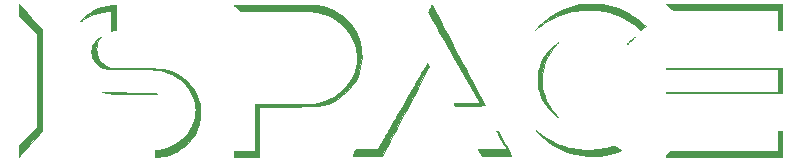
<source format=gbr>
%TF.GenerationSoftware,KiCad,Pcbnew,(5.1.6)-1*%
%TF.CreationDate,2022-05-14T23:18:14+05:30*%
%TF.ProjectId,iSPACE_keychain,69535041-4345-45f6-9b65-79636861696e,rev?*%
%TF.SameCoordinates,Original*%
%TF.FileFunction,Legend,Top*%
%TF.FilePolarity,Positive*%
%FSLAX46Y46*%
G04 Gerber Fmt 4.6, Leading zero omitted, Abs format (unit mm)*
G04 Created by KiCad (PCBNEW (5.1.6)-1) date 2022-05-14 23:18:14*
%MOMM*%
%LPD*%
G01*
G04 APERTURE LIST*
%ADD10C,0.010000*%
G04 APERTURE END LIST*
D10*
%TO.C,G\u002A\u002A\u002A*%
G36*
X148424900Y-86338833D02*
G01*
X148086233Y-86338833D01*
X148086233Y-84687833D01*
X139171256Y-84687833D01*
X138889014Y-84439124D01*
X138797927Y-84358084D01*
X138718891Y-84286285D01*
X138657029Y-84228503D01*
X138617468Y-84189516D01*
X138605169Y-84174541D01*
X138625876Y-84173077D01*
X138687057Y-84171650D01*
X138786852Y-84170265D01*
X138923401Y-84168928D01*
X139094845Y-84167646D01*
X139299324Y-84166425D01*
X139534978Y-84165270D01*
X139799947Y-84164187D01*
X140092373Y-84163183D01*
X140410394Y-84162264D01*
X140752152Y-84161435D01*
X141115788Y-84160702D01*
X141499440Y-84160072D01*
X141901249Y-84159551D01*
X142319357Y-84159145D01*
X142751903Y-84158859D01*
X143197027Y-84158699D01*
X143514233Y-84158666D01*
X148424900Y-84158666D01*
X148424900Y-86338833D01*
G37*
X148424900Y-86338833D02*
X148086233Y-86338833D01*
X148086233Y-84687833D01*
X139171256Y-84687833D01*
X138889014Y-84439124D01*
X138797927Y-84358084D01*
X138718891Y-84286285D01*
X138657029Y-84228503D01*
X138617468Y-84189516D01*
X138605169Y-84174541D01*
X138625876Y-84173077D01*
X138687057Y-84171650D01*
X138786852Y-84170265D01*
X138923401Y-84168928D01*
X139094845Y-84167646D01*
X139299324Y-84166425D01*
X139534978Y-84165270D01*
X139799947Y-84164187D01*
X140092373Y-84163183D01*
X140410394Y-84162264D01*
X140752152Y-84161435D01*
X141115788Y-84160702D01*
X141499440Y-84160072D01*
X141901249Y-84159551D01*
X142319357Y-84159145D01*
X142751903Y-84158859D01*
X143197027Y-84158699D01*
X143514233Y-84158666D01*
X148424900Y-84158666D01*
X148424900Y-86338833D01*
G36*
X132554961Y-84149120D02*
G01*
X132755845Y-84154866D01*
X132940050Y-84164026D01*
X133099167Y-84176598D01*
X133184900Y-84186566D01*
X133559242Y-84246382D01*
X133904439Y-84320357D01*
X134232268Y-84411823D01*
X134554508Y-84524112D01*
X134882938Y-84660553D01*
X134920566Y-84677459D01*
X135305915Y-84868760D01*
X135686496Y-85090436D01*
X136052946Y-85336218D01*
X136395904Y-85599838D01*
X136698566Y-85867901D01*
X136878483Y-86039869D01*
X136698566Y-86218994D01*
X136518650Y-86398118D01*
X136359900Y-86260475D01*
X135981474Y-85958116D01*
X135574493Y-85681078D01*
X135145286Y-85432715D01*
X134700181Y-85216381D01*
X134245508Y-85035430D01*
X133787596Y-84893217D01*
X133772192Y-84889141D01*
X133321678Y-84788737D01*
X132853301Y-84718597D01*
X132375245Y-84678974D01*
X131895696Y-84670120D01*
X131422837Y-84692288D01*
X130964853Y-84745731D01*
X130695047Y-84794051D01*
X130174530Y-84921543D01*
X129668395Y-85087349D01*
X129179196Y-85290274D01*
X128709490Y-85529126D01*
X128261835Y-85802712D01*
X127838785Y-86109840D01*
X127787400Y-86150821D01*
X127543983Y-86346991D01*
X127659182Y-86213626D01*
X127756262Y-86108128D01*
X127878808Y-85985575D01*
X128018159Y-85853961D01*
X128165654Y-85721281D01*
X128312633Y-85595529D01*
X128440582Y-85492338D01*
X128868569Y-85185978D01*
X129317239Y-84916334D01*
X129785169Y-84684019D01*
X130270934Y-84489648D01*
X130773111Y-84333834D01*
X131290275Y-84217192D01*
X131470400Y-84186388D01*
X131594733Y-84171631D01*
X131752852Y-84160294D01*
X131936344Y-84152375D01*
X132136800Y-84147874D01*
X132345809Y-84146789D01*
X132554961Y-84149120D01*
G37*
X132554961Y-84149120D02*
X132755845Y-84154866D01*
X132940050Y-84164026D01*
X133099167Y-84176598D01*
X133184900Y-84186566D01*
X133559242Y-84246382D01*
X133904439Y-84320357D01*
X134232268Y-84411823D01*
X134554508Y-84524112D01*
X134882938Y-84660553D01*
X134920566Y-84677459D01*
X135305915Y-84868760D01*
X135686496Y-85090436D01*
X136052946Y-85336218D01*
X136395904Y-85599838D01*
X136698566Y-85867901D01*
X136878483Y-86039869D01*
X136698566Y-86218994D01*
X136518650Y-86398118D01*
X136359900Y-86260475D01*
X135981474Y-85958116D01*
X135574493Y-85681078D01*
X135145286Y-85432715D01*
X134700181Y-85216381D01*
X134245508Y-85035430D01*
X133787596Y-84893217D01*
X133772192Y-84889141D01*
X133321678Y-84788737D01*
X132853301Y-84718597D01*
X132375245Y-84678974D01*
X131895696Y-84670120D01*
X131422837Y-84692288D01*
X130964853Y-84745731D01*
X130695047Y-84794051D01*
X130174530Y-84921543D01*
X129668395Y-85087349D01*
X129179196Y-85290274D01*
X128709490Y-85529126D01*
X128261835Y-85802712D01*
X127838785Y-86109840D01*
X127787400Y-86150821D01*
X127543983Y-86346991D01*
X127659182Y-86213626D01*
X127756262Y-86108128D01*
X127878808Y-85985575D01*
X128018159Y-85853961D01*
X128165654Y-85721281D01*
X128312633Y-85595529D01*
X128440582Y-85492338D01*
X128868569Y-85185978D01*
X129317239Y-84916334D01*
X129785169Y-84684019D01*
X130270934Y-84489648D01*
X130773111Y-84333834D01*
X131290275Y-84217192D01*
X131470400Y-84186388D01*
X131594733Y-84171631D01*
X131752852Y-84160294D01*
X131936344Y-84152375D01*
X132136800Y-84147874D01*
X132345809Y-84146789D01*
X132554961Y-84149120D01*
G36*
X92036900Y-86396487D02*
G01*
X91894025Y-86410582D01*
X91808598Y-86419846D01*
X91729965Y-86429778D01*
X91682358Y-86437028D01*
X91613566Y-86449377D01*
X91613566Y-84766287D01*
X91364858Y-84780435D01*
X90943557Y-84823444D01*
X90539986Y-84903250D01*
X90155596Y-85019347D01*
X89791841Y-85171232D01*
X89450173Y-85358402D01*
X89192842Y-85533859D01*
X89126594Y-85582042D01*
X89074366Y-85617472D01*
X89044314Y-85634723D01*
X89040333Y-85635322D01*
X89048825Y-85615743D01*
X89082951Y-85573012D01*
X89137256Y-85512713D01*
X89206286Y-85440429D01*
X89284586Y-85361743D01*
X89366702Y-85282237D01*
X89447181Y-85207495D01*
X89520567Y-85143100D01*
X89524101Y-85140128D01*
X89843390Y-84897317D01*
X90176238Y-84693848D01*
X90524360Y-84529047D01*
X90889475Y-84402242D01*
X91273298Y-84312759D01*
X91677546Y-84259925D01*
X91788954Y-84251944D01*
X92036900Y-84237120D01*
X92036900Y-86396487D01*
G37*
X92036900Y-86396487D02*
X91894025Y-86410582D01*
X91808598Y-86419846D01*
X91729965Y-86429778D01*
X91682358Y-86437028D01*
X91613566Y-86449377D01*
X91613566Y-84766287D01*
X91364858Y-84780435D01*
X90943557Y-84823444D01*
X90539986Y-84903250D01*
X90155596Y-85019347D01*
X89791841Y-85171232D01*
X89450173Y-85358402D01*
X89192842Y-85533859D01*
X89126594Y-85582042D01*
X89074366Y-85617472D01*
X89044314Y-85634723D01*
X89040333Y-85635322D01*
X89048825Y-85615743D01*
X89082951Y-85573012D01*
X89137256Y-85512713D01*
X89206286Y-85440429D01*
X89284586Y-85361743D01*
X89366702Y-85282237D01*
X89447181Y-85207495D01*
X89520567Y-85143100D01*
X89524101Y-85140128D01*
X89843390Y-84897317D01*
X90176238Y-84693848D01*
X90524360Y-84529047D01*
X90889475Y-84402242D01*
X91273298Y-84312759D01*
X91677546Y-84259925D01*
X91788954Y-84251944D01*
X92036900Y-84237120D01*
X92036900Y-86396487D01*
G36*
X135955953Y-86951795D02*
G01*
X135917864Y-86993341D01*
X135858066Y-87056016D01*
X135779299Y-87136884D01*
X135714316Y-87202773D01*
X135592316Y-87324785D01*
X135496532Y-87417774D01*
X135424464Y-87483822D01*
X135373613Y-87525012D01*
X135341480Y-87543426D01*
X135325566Y-87541146D01*
X135322733Y-87529065D01*
X135337689Y-87510695D01*
X135379055Y-87469079D01*
X135441581Y-87409069D01*
X135520014Y-87335517D01*
X135609103Y-87253278D01*
X135703596Y-87167204D01*
X135798242Y-87082148D01*
X135887788Y-87002962D01*
X135956040Y-86943836D01*
X135969592Y-86934315D01*
X135955953Y-86951795D01*
G37*
X135955953Y-86951795D02*
X135917864Y-86993341D01*
X135858066Y-87056016D01*
X135779299Y-87136884D01*
X135714316Y-87202773D01*
X135592316Y-87324785D01*
X135496532Y-87417774D01*
X135424464Y-87483822D01*
X135373613Y-87525012D01*
X135341480Y-87543426D01*
X135325566Y-87541146D01*
X135322733Y-87529065D01*
X135337689Y-87510695D01*
X135379055Y-87469079D01*
X135441581Y-87409069D01*
X135520014Y-87335517D01*
X135609103Y-87253278D01*
X135703596Y-87167204D01*
X135798242Y-87082148D01*
X135887788Y-87002962D01*
X135956040Y-86943836D01*
X135969592Y-86934315D01*
X135955953Y-86951795D01*
G36*
X148414316Y-89566750D02*
G01*
X148414316Y-91725750D01*
X143508941Y-91731086D01*
X138603566Y-91736423D01*
X138603566Y-91630500D01*
X148086233Y-91630500D01*
X148086233Y-89662000D01*
X138603566Y-89662000D01*
X138603566Y-89556076D01*
X148414316Y-89566750D01*
G37*
X148414316Y-89566750D02*
X148414316Y-91725750D01*
X143508941Y-91731086D01*
X138603566Y-91736423D01*
X138603566Y-91630500D01*
X148086233Y-91630500D01*
X148086233Y-89662000D01*
X138603566Y-89662000D01*
X138603566Y-89556076D01*
X148414316Y-89566750D01*
G36*
X90974293Y-91623852D02*
G01*
X91047093Y-91633612D01*
X91052977Y-91634492D01*
X91099780Y-91638420D01*
X91186925Y-91642350D01*
X91312419Y-91646251D01*
X91474272Y-91650089D01*
X91670491Y-91653830D01*
X91899084Y-91657442D01*
X92158060Y-91660892D01*
X92445428Y-91664145D01*
X92759195Y-91667169D01*
X93097370Y-91669932D01*
X93243400Y-91670986D01*
X93583097Y-91673367D01*
X93883108Y-91675542D01*
X94146078Y-91677584D01*
X94374654Y-91679564D01*
X94571481Y-91681555D01*
X94739206Y-91683627D01*
X94880474Y-91685853D01*
X94997931Y-91688304D01*
X95094224Y-91691052D01*
X95171998Y-91694169D01*
X95233899Y-91697727D01*
X95282573Y-91701797D01*
X95320666Y-91706452D01*
X95350825Y-91711762D01*
X95375695Y-91717799D01*
X95397922Y-91724636D01*
X95412983Y-91729816D01*
X95539983Y-91774439D01*
X93666733Y-91772994D01*
X93386845Y-91772701D01*
X93117723Y-91772269D01*
X92862564Y-91771712D01*
X92624565Y-91771044D01*
X92406922Y-91770279D01*
X92212832Y-91769429D01*
X92045491Y-91768510D01*
X91908095Y-91767535D01*
X91803841Y-91766518D01*
X91735926Y-91765472D01*
X91708816Y-91764544D01*
X91613861Y-91754850D01*
X91503915Y-91740686D01*
X91385920Y-91723295D01*
X91266814Y-91703921D01*
X91153537Y-91683808D01*
X91053028Y-91664198D01*
X90972226Y-91646335D01*
X90918072Y-91631462D01*
X90897504Y-91620823D01*
X90898061Y-91619283D01*
X90920884Y-91618709D01*
X90974293Y-91623852D01*
G37*
X90974293Y-91623852D02*
X91047093Y-91633612D01*
X91052977Y-91634492D01*
X91099780Y-91638420D01*
X91186925Y-91642350D01*
X91312419Y-91646251D01*
X91474272Y-91650089D01*
X91670491Y-91653830D01*
X91899084Y-91657442D01*
X92158060Y-91660892D01*
X92445428Y-91664145D01*
X92759195Y-91667169D01*
X93097370Y-91669932D01*
X93243400Y-91670986D01*
X93583097Y-91673367D01*
X93883108Y-91675542D01*
X94146078Y-91677584D01*
X94374654Y-91679564D01*
X94571481Y-91681555D01*
X94739206Y-91683627D01*
X94880474Y-91685853D01*
X94997931Y-91688304D01*
X95094224Y-91691052D01*
X95171998Y-91694169D01*
X95233899Y-91697727D01*
X95282573Y-91701797D01*
X95320666Y-91706452D01*
X95350825Y-91711762D01*
X95375695Y-91717799D01*
X95397922Y-91724636D01*
X95412983Y-91729816D01*
X95539983Y-91774439D01*
X93666733Y-91772994D01*
X93386845Y-91772701D01*
X93117723Y-91772269D01*
X92862564Y-91771712D01*
X92624565Y-91771044D01*
X92406922Y-91770279D01*
X92212832Y-91769429D01*
X92045491Y-91768510D01*
X91908095Y-91767535D01*
X91803841Y-91766518D01*
X91735926Y-91765472D01*
X91708816Y-91764544D01*
X91613861Y-91754850D01*
X91503915Y-91740686D01*
X91385920Y-91723295D01*
X91266814Y-91703921D01*
X91153537Y-91683808D01*
X91053028Y-91664198D01*
X90972226Y-91646335D01*
X90918072Y-91631462D01*
X90897504Y-91620823D01*
X90898061Y-91619283D01*
X90920884Y-91618709D01*
X90974293Y-91623852D01*
G36*
X118804841Y-84261123D02*
G01*
X118831715Y-84308306D01*
X118867049Y-84376228D01*
X118882570Y-84407465D01*
X118897338Y-84437554D01*
X118911750Y-84466810D01*
X118926622Y-84496791D01*
X118942768Y-84529051D01*
X118961003Y-84565148D01*
X118982142Y-84606637D01*
X119007001Y-84655076D01*
X119036393Y-84712020D01*
X119071135Y-84779025D01*
X119112040Y-84857649D01*
X119159925Y-84949447D01*
X119215603Y-85055975D01*
X119279890Y-85178791D01*
X119353601Y-85319449D01*
X119437550Y-85479507D01*
X119532553Y-85660521D01*
X119639425Y-85864047D01*
X119758980Y-86091641D01*
X119892034Y-86344860D01*
X120039401Y-86625260D01*
X120201896Y-86934398D01*
X120380335Y-87273828D01*
X120575532Y-87645109D01*
X120788303Y-88049796D01*
X121019461Y-88489446D01*
X121170097Y-88775943D01*
X121370584Y-89157297D01*
X121565892Y-89528884D01*
X121755100Y-89888951D01*
X121937291Y-90235746D01*
X122111545Y-90567519D01*
X122276944Y-90882517D01*
X122432569Y-91178988D01*
X122577500Y-91455182D01*
X122710820Y-91709345D01*
X122831608Y-91939727D01*
X122938946Y-92144575D01*
X123031915Y-92322138D01*
X123109597Y-92470664D01*
X123171072Y-92588402D01*
X123215422Y-92673599D01*
X123241727Y-92724504D01*
X123249177Y-92739402D01*
X123249153Y-92746526D01*
X123241133Y-92752591D01*
X123222037Y-92757682D01*
X123188787Y-92761881D01*
X123138303Y-92765274D01*
X123067507Y-92767944D01*
X122973320Y-92769975D01*
X122852663Y-92771452D01*
X122702457Y-92772459D01*
X122519623Y-92773079D01*
X122301083Y-92773398D01*
X122043756Y-92773498D01*
X122001011Y-92773500D01*
X120739760Y-92773500D01*
X120696996Y-92689676D01*
X120671093Y-92636590D01*
X120655899Y-92600978D01*
X120654233Y-92594612D01*
X120674750Y-92592370D01*
X120733703Y-92590074D01*
X120827197Y-92587781D01*
X120951332Y-92585550D01*
X121102214Y-92583440D01*
X121275945Y-92581508D01*
X121468628Y-92579812D01*
X121676367Y-92578411D01*
X121773598Y-92577893D01*
X122892964Y-92572416D01*
X120692443Y-88741250D01*
X120478413Y-88368578D01*
X120269938Y-88005499D01*
X120068001Y-87653729D01*
X119873589Y-87314990D01*
X119687687Y-86990999D01*
X119511279Y-86683476D01*
X119345351Y-86394139D01*
X119190887Y-86124708D01*
X119048874Y-85876902D01*
X118920297Y-85652439D01*
X118806140Y-85453039D01*
X118707388Y-85280421D01*
X118625028Y-85136303D01*
X118560043Y-85022405D01*
X118513420Y-84940446D01*
X118486143Y-84892144D01*
X118478940Y-84878961D01*
X118484505Y-84853073D01*
X118505982Y-84798150D01*
X118539558Y-84721954D01*
X118581416Y-84632249D01*
X118627741Y-84536797D01*
X118674717Y-84443361D01*
X118718531Y-84359704D01*
X118755365Y-84293590D01*
X118781406Y-84252780D01*
X118791292Y-84243424D01*
X118804841Y-84261123D01*
G37*
X118804841Y-84261123D02*
X118831715Y-84308306D01*
X118867049Y-84376228D01*
X118882570Y-84407465D01*
X118897338Y-84437554D01*
X118911750Y-84466810D01*
X118926622Y-84496791D01*
X118942768Y-84529051D01*
X118961003Y-84565148D01*
X118982142Y-84606637D01*
X119007001Y-84655076D01*
X119036393Y-84712020D01*
X119071135Y-84779025D01*
X119112040Y-84857649D01*
X119159925Y-84949447D01*
X119215603Y-85055975D01*
X119279890Y-85178791D01*
X119353601Y-85319449D01*
X119437550Y-85479507D01*
X119532553Y-85660521D01*
X119639425Y-85864047D01*
X119758980Y-86091641D01*
X119892034Y-86344860D01*
X120039401Y-86625260D01*
X120201896Y-86934398D01*
X120380335Y-87273828D01*
X120575532Y-87645109D01*
X120788303Y-88049796D01*
X121019461Y-88489446D01*
X121170097Y-88775943D01*
X121370584Y-89157297D01*
X121565892Y-89528884D01*
X121755100Y-89888951D01*
X121937291Y-90235746D01*
X122111545Y-90567519D01*
X122276944Y-90882517D01*
X122432569Y-91178988D01*
X122577500Y-91455182D01*
X122710820Y-91709345D01*
X122831608Y-91939727D01*
X122938946Y-92144575D01*
X123031915Y-92322138D01*
X123109597Y-92470664D01*
X123171072Y-92588402D01*
X123215422Y-92673599D01*
X123241727Y-92724504D01*
X123249177Y-92739402D01*
X123249153Y-92746526D01*
X123241133Y-92752591D01*
X123222037Y-92757682D01*
X123188787Y-92761881D01*
X123138303Y-92765274D01*
X123067507Y-92767944D01*
X122973320Y-92769975D01*
X122852663Y-92771452D01*
X122702457Y-92772459D01*
X122519623Y-92773079D01*
X122301083Y-92773398D01*
X122043756Y-92773498D01*
X122001011Y-92773500D01*
X120739760Y-92773500D01*
X120696996Y-92689676D01*
X120671093Y-92636590D01*
X120655899Y-92600978D01*
X120654233Y-92594612D01*
X120674750Y-92592370D01*
X120733703Y-92590074D01*
X120827197Y-92587781D01*
X120951332Y-92585550D01*
X121102214Y-92583440D01*
X121275945Y-92581508D01*
X121468628Y-92579812D01*
X121676367Y-92578411D01*
X121773598Y-92577893D01*
X122892964Y-92572416D01*
X120692443Y-88741250D01*
X120478413Y-88368578D01*
X120269938Y-88005499D01*
X120068001Y-87653729D01*
X119873589Y-87314990D01*
X119687687Y-86990999D01*
X119511279Y-86683476D01*
X119345351Y-86394139D01*
X119190887Y-86124708D01*
X119048874Y-85876902D01*
X118920297Y-85652439D01*
X118806140Y-85453039D01*
X118707388Y-85280421D01*
X118625028Y-85136303D01*
X118560043Y-85022405D01*
X118513420Y-84940446D01*
X118486143Y-84892144D01*
X118478940Y-84878961D01*
X118484505Y-84853073D01*
X118505982Y-84798150D01*
X118539558Y-84721954D01*
X118581416Y-84632249D01*
X118627741Y-84536797D01*
X118674717Y-84443361D01*
X118718531Y-84359704D01*
X118755365Y-84293590D01*
X118781406Y-84252780D01*
X118791292Y-84243424D01*
X118804841Y-84261123D01*
G36*
X129478395Y-87415265D02*
G01*
X129450774Y-87448645D01*
X129402091Y-87502856D01*
X129336562Y-87573136D01*
X129300816Y-87610704D01*
X129016460Y-87937333D01*
X128769428Y-88283842D01*
X128560066Y-88649499D01*
X128388724Y-89033570D01*
X128255748Y-89435320D01*
X128161489Y-89854016D01*
X128127071Y-90084778D01*
X128114752Y-90224928D01*
X128107699Y-90394466D01*
X128105801Y-90580791D01*
X128108946Y-90771300D01*
X128117024Y-90953390D01*
X128129923Y-91114461D01*
X128136660Y-91172117D01*
X128212112Y-91588399D01*
X128327290Y-91990286D01*
X128481885Y-92377141D01*
X128675587Y-92748328D01*
X128908086Y-93103206D01*
X129179074Y-93441141D01*
X129304883Y-93578489D01*
X129372852Y-93650566D01*
X129427779Y-93710070D01*
X129464404Y-93751207D01*
X129477468Y-93768187D01*
X129477282Y-93768333D01*
X129458335Y-93756044D01*
X129413430Y-93722771D01*
X129349720Y-93673907D01*
X129289668Y-93626935D01*
X129165814Y-93523139D01*
X129029291Y-93398302D01*
X128887918Y-93260463D01*
X128749515Y-93117661D01*
X128621901Y-92977937D01*
X128512897Y-92849331D01*
X128438997Y-92752333D01*
X128222124Y-92411206D01*
X128044696Y-92058446D01*
X127907400Y-91695801D01*
X127810924Y-91325019D01*
X127765245Y-91038173D01*
X127752694Y-90881227D01*
X127747459Y-90699522D01*
X127749114Y-90504763D01*
X127757229Y-90308655D01*
X127771376Y-90122904D01*
X127791126Y-89959215D01*
X127808257Y-89863083D01*
X127912433Y-89474071D01*
X128055606Y-89101109D01*
X128237158Y-88745324D01*
X128456471Y-88407840D01*
X128712929Y-88089783D01*
X128877471Y-87915634D01*
X128969461Y-87826946D01*
X129073078Y-87732522D01*
X129180729Y-87638756D01*
X129284825Y-87552043D01*
X129377772Y-87478776D01*
X129451981Y-87425350D01*
X129480733Y-87407482D01*
X129478395Y-87415265D01*
G37*
X129478395Y-87415265D02*
X129450774Y-87448645D01*
X129402091Y-87502856D01*
X129336562Y-87573136D01*
X129300816Y-87610704D01*
X129016460Y-87937333D01*
X128769428Y-88283842D01*
X128560066Y-88649499D01*
X128388724Y-89033570D01*
X128255748Y-89435320D01*
X128161489Y-89854016D01*
X128127071Y-90084778D01*
X128114752Y-90224928D01*
X128107699Y-90394466D01*
X128105801Y-90580791D01*
X128108946Y-90771300D01*
X128117024Y-90953390D01*
X128129923Y-91114461D01*
X128136660Y-91172117D01*
X128212112Y-91588399D01*
X128327290Y-91990286D01*
X128481885Y-92377141D01*
X128675587Y-92748328D01*
X128908086Y-93103206D01*
X129179074Y-93441141D01*
X129304883Y-93578489D01*
X129372852Y-93650566D01*
X129427779Y-93710070D01*
X129464404Y-93751207D01*
X129477468Y-93768187D01*
X129477282Y-93768333D01*
X129458335Y-93756044D01*
X129413430Y-93722771D01*
X129349720Y-93673907D01*
X129289668Y-93626935D01*
X129165814Y-93523139D01*
X129029291Y-93398302D01*
X128887918Y-93260463D01*
X128749515Y-93117661D01*
X128621901Y-92977937D01*
X128512897Y-92849331D01*
X128438997Y-92752333D01*
X128222124Y-92411206D01*
X128044696Y-92058446D01*
X127907400Y-91695801D01*
X127810924Y-91325019D01*
X127765245Y-91038173D01*
X127752694Y-90881227D01*
X127747459Y-90699522D01*
X127749114Y-90504763D01*
X127757229Y-90308655D01*
X127771376Y-90122904D01*
X127791126Y-89959215D01*
X127808257Y-89863083D01*
X127912433Y-89474071D01*
X128055606Y-89101109D01*
X128237158Y-88745324D01*
X128456471Y-88407840D01*
X128712929Y-88089783D01*
X128877471Y-87915634D01*
X128969461Y-87826946D01*
X129073078Y-87732522D01*
X129180729Y-87638756D01*
X129284825Y-87552043D01*
X129377772Y-87478776D01*
X129451981Y-87425350D01*
X129480733Y-87407482D01*
X129478395Y-87415265D01*
G36*
X124933253Y-95941436D02*
G01*
X125036655Y-96136472D01*
X125134082Y-96320385D01*
X125223732Y-96489761D01*
X125303802Y-96641188D01*
X125372489Y-96771253D01*
X125427991Y-96876543D01*
X125468505Y-96953644D01*
X125492227Y-96999145D01*
X125497872Y-97010353D01*
X125478614Y-97013525D01*
X125420674Y-97016505D01*
X125327704Y-97019242D01*
X125203355Y-97021685D01*
X125051278Y-97023783D01*
X124875126Y-97025486D01*
X124678548Y-97026743D01*
X124465198Y-97027504D01*
X124249038Y-97027719D01*
X122993150Y-97027438D01*
X122849002Y-96752552D01*
X122704855Y-96477666D01*
X123912627Y-96477666D01*
X124134356Y-96477448D01*
X124342925Y-96476819D01*
X124534584Y-96475819D01*
X124705581Y-96474490D01*
X124852165Y-96472869D01*
X124970584Y-96470998D01*
X125057087Y-96468915D01*
X125107922Y-96466662D01*
X125120400Y-96464820D01*
X125110139Y-96444338D01*
X125080826Y-96391111D01*
X125034658Y-96309008D01*
X124973836Y-96201894D01*
X124900560Y-96073637D01*
X124817029Y-95928104D01*
X124725444Y-95769163D01*
X124675900Y-95683418D01*
X124581032Y-95519104D01*
X124493086Y-95366229D01*
X124414262Y-95228656D01*
X124346758Y-95110251D01*
X124292775Y-95014877D01*
X124254511Y-94946398D01*
X124234167Y-94908677D01*
X124231400Y-94902515D01*
X124249995Y-94894262D01*
X124295561Y-94890242D01*
X124303545Y-94890166D01*
X124375691Y-94890166D01*
X124933253Y-95941436D01*
G37*
X124933253Y-95941436D02*
X125036655Y-96136472D01*
X125134082Y-96320385D01*
X125223732Y-96489761D01*
X125303802Y-96641188D01*
X125372489Y-96771253D01*
X125427991Y-96876543D01*
X125468505Y-96953644D01*
X125492227Y-96999145D01*
X125497872Y-97010353D01*
X125478614Y-97013525D01*
X125420674Y-97016505D01*
X125327704Y-97019242D01*
X125203355Y-97021685D01*
X125051278Y-97023783D01*
X124875126Y-97025486D01*
X124678548Y-97026743D01*
X124465198Y-97027504D01*
X124249038Y-97027719D01*
X122993150Y-97027438D01*
X122849002Y-96752552D01*
X122704855Y-96477666D01*
X123912627Y-96477666D01*
X124134356Y-96477448D01*
X124342925Y-96476819D01*
X124534584Y-96475819D01*
X124705581Y-96474490D01*
X124852165Y-96472869D01*
X124970584Y-96470998D01*
X125057087Y-96468915D01*
X125107922Y-96466662D01*
X125120400Y-96464820D01*
X125110139Y-96444338D01*
X125080826Y-96391111D01*
X125034658Y-96309008D01*
X124973836Y-96201894D01*
X124900560Y-96073637D01*
X124817029Y-95928104D01*
X124725444Y-95769163D01*
X124675900Y-95683418D01*
X124581032Y-95519104D01*
X124493086Y-95366229D01*
X124414262Y-95228656D01*
X124346758Y-95110251D01*
X124292775Y-95014877D01*
X124254511Y-94946398D01*
X124234167Y-94908677D01*
X124231400Y-94902515D01*
X124249995Y-94894262D01*
X124295561Y-94890242D01*
X124303545Y-94890166D01*
X124375691Y-94890166D01*
X124933253Y-95941436D01*
G36*
X118576912Y-89427134D02*
G01*
X117732123Y-91026976D01*
X117582586Y-91310227D01*
X117422597Y-91613389D01*
X117255615Y-91929899D01*
X117085101Y-92253195D01*
X116914515Y-92576713D01*
X116747318Y-92893891D01*
X116586969Y-93198165D01*
X116436929Y-93482973D01*
X116300657Y-93741751D01*
X116211073Y-93911951D01*
X116079501Y-94161749D01*
X115939840Y-94426476D01*
X115795636Y-94699438D01*
X115650432Y-94973944D01*
X115507773Y-95243300D01*
X115371204Y-95500813D01*
X115244268Y-95739790D01*
X115130510Y-95953539D01*
X115048502Y-96107250D01*
X114562193Y-97017416D01*
X113321963Y-97022877D01*
X113052200Y-97023897D01*
X112822061Y-97024367D01*
X112628838Y-97024241D01*
X112469824Y-97023474D01*
X112342313Y-97022018D01*
X112243598Y-97019829D01*
X112170972Y-97016858D01*
X112121727Y-97013061D01*
X112093158Y-97008391D01*
X112082556Y-97002801D01*
X112082346Y-97001710D01*
X112092217Y-96973958D01*
X112118770Y-96917055D01*
X112158144Y-96838866D01*
X112206479Y-96747256D01*
X112214901Y-96731666D01*
X112346842Y-96488250D01*
X113267329Y-96482026D01*
X114187816Y-96475803D01*
X114662918Y-95656526D01*
X114729579Y-95541563D01*
X114793070Y-95432035D01*
X114854551Y-95325931D01*
X114915182Y-95221238D01*
X114976124Y-95115944D01*
X115038536Y-95008037D01*
X115103579Y-94895504D01*
X115172413Y-94776333D01*
X115246198Y-94648512D01*
X115326095Y-94510029D01*
X115413263Y-94358871D01*
X115508863Y-94193025D01*
X115614055Y-94010481D01*
X115729999Y-93809225D01*
X115857856Y-93587245D01*
X115998785Y-93342529D01*
X116153947Y-93073065D01*
X116324502Y-92776840D01*
X116511610Y-92451842D01*
X116716431Y-92096058D01*
X116940126Y-91707477D01*
X117167211Y-91313000D01*
X117323043Y-91042328D01*
X117473514Y-90781031D01*
X117617210Y-90531561D01*
X117752718Y-90296366D01*
X117878626Y-90077898D01*
X117993520Y-89878606D01*
X118095988Y-89700940D01*
X118184617Y-89547352D01*
X118257994Y-89420290D01*
X118314706Y-89322206D01*
X118353340Y-89255549D01*
X118372484Y-89222770D01*
X118373579Y-89220940D01*
X118416308Y-89150296D01*
X118576912Y-89427134D01*
G37*
X118576912Y-89427134D02*
X117732123Y-91026976D01*
X117582586Y-91310227D01*
X117422597Y-91613389D01*
X117255615Y-91929899D01*
X117085101Y-92253195D01*
X116914515Y-92576713D01*
X116747318Y-92893891D01*
X116586969Y-93198165D01*
X116436929Y-93482973D01*
X116300657Y-93741751D01*
X116211073Y-93911951D01*
X116079501Y-94161749D01*
X115939840Y-94426476D01*
X115795636Y-94699438D01*
X115650432Y-94973944D01*
X115507773Y-95243300D01*
X115371204Y-95500813D01*
X115244268Y-95739790D01*
X115130510Y-95953539D01*
X115048502Y-96107250D01*
X114562193Y-97017416D01*
X113321963Y-97022877D01*
X113052200Y-97023897D01*
X112822061Y-97024367D01*
X112628838Y-97024241D01*
X112469824Y-97023474D01*
X112342313Y-97022018D01*
X112243598Y-97019829D01*
X112170972Y-97016858D01*
X112121727Y-97013061D01*
X112093158Y-97008391D01*
X112082556Y-97002801D01*
X112082346Y-97001710D01*
X112092217Y-96973958D01*
X112118770Y-96917055D01*
X112158144Y-96838866D01*
X112206479Y-96747256D01*
X112214901Y-96731666D01*
X112346842Y-96488250D01*
X113267329Y-96482026D01*
X114187816Y-96475803D01*
X114662918Y-95656526D01*
X114729579Y-95541563D01*
X114793070Y-95432035D01*
X114854551Y-95325931D01*
X114915182Y-95221238D01*
X114976124Y-95115944D01*
X115038536Y-95008037D01*
X115103579Y-94895504D01*
X115172413Y-94776333D01*
X115246198Y-94648512D01*
X115326095Y-94510029D01*
X115413263Y-94358871D01*
X115508863Y-94193025D01*
X115614055Y-94010481D01*
X115729999Y-93809225D01*
X115857856Y-93587245D01*
X115998785Y-93342529D01*
X116153947Y-93073065D01*
X116324502Y-92776840D01*
X116511610Y-92451842D01*
X116716431Y-92096058D01*
X116940126Y-91707477D01*
X117167211Y-91313000D01*
X117323043Y-91042328D01*
X117473514Y-90781031D01*
X117617210Y-90531561D01*
X117752718Y-90296366D01*
X117878626Y-90077898D01*
X117993520Y-89878606D01*
X118095988Y-89700940D01*
X118184617Y-89547352D01*
X118257994Y-89420290D01*
X118314706Y-89322206D01*
X118353340Y-89255549D01*
X118372484Y-89222770D01*
X118373579Y-89220940D01*
X118416308Y-89150296D01*
X118576912Y-89427134D01*
G36*
X127606393Y-94883844D02*
G01*
X127655777Y-94920832D01*
X127734091Y-94983214D01*
X127810789Y-95045436D01*
X128124624Y-95281554D01*
X128471338Y-95507373D01*
X128841847Y-95718148D01*
X129227061Y-95909136D01*
X129617895Y-96075591D01*
X130005261Y-96212770D01*
X130104879Y-96243230D01*
X130406963Y-96326508D01*
X130692710Y-96392024D01*
X130972803Y-96441244D01*
X131257922Y-96475637D01*
X131558750Y-96496671D01*
X131885968Y-96505812D01*
X132020733Y-96506472D01*
X132309412Y-96503217D01*
X132571401Y-96492890D01*
X132815503Y-96474121D01*
X133050523Y-96445539D01*
X133285266Y-96405775D01*
X133528537Y-96353458D01*
X133789141Y-96287220D01*
X134075882Y-96205689D01*
X134207058Y-96166304D01*
X134242316Y-96173882D01*
X134310007Y-96207973D01*
X134409742Y-96268355D01*
X134538842Y-96353262D01*
X134832717Y-96551750D01*
X134744350Y-96590911D01*
X134454592Y-96704993D01*
X134132919Y-96806175D01*
X133788184Y-96892954D01*
X133429243Y-96963830D01*
X133064949Y-97017300D01*
X132704156Y-97051864D01*
X132355720Y-97066019D01*
X132028494Y-97058264D01*
X131999566Y-97056384D01*
X131472399Y-97000032D01*
X130961198Y-96904526D01*
X130465453Y-96769707D01*
X129984650Y-96595417D01*
X129518279Y-96381495D01*
X129120900Y-96161235D01*
X128868741Y-96000871D01*
X128615103Y-95822926D01*
X128367427Y-95633455D01*
X128133153Y-95438517D01*
X127919723Y-95244170D01*
X127734576Y-95056469D01*
X127657120Y-94969561D01*
X127611304Y-94915108D01*
X127586209Y-94881995D01*
X127583888Y-94871236D01*
X127606393Y-94883844D01*
G37*
X127606393Y-94883844D02*
X127655777Y-94920832D01*
X127734091Y-94983214D01*
X127810789Y-95045436D01*
X128124624Y-95281554D01*
X128471338Y-95507373D01*
X128841847Y-95718148D01*
X129227061Y-95909136D01*
X129617895Y-96075591D01*
X130005261Y-96212770D01*
X130104879Y-96243230D01*
X130406963Y-96326508D01*
X130692710Y-96392024D01*
X130972803Y-96441244D01*
X131257922Y-96475637D01*
X131558750Y-96496671D01*
X131885968Y-96505812D01*
X132020733Y-96506472D01*
X132309412Y-96503217D01*
X132571401Y-96492890D01*
X132815503Y-96474121D01*
X133050523Y-96445539D01*
X133285266Y-96405775D01*
X133528537Y-96353458D01*
X133789141Y-96287220D01*
X134075882Y-96205689D01*
X134207058Y-96166304D01*
X134242316Y-96173882D01*
X134310007Y-96207973D01*
X134409742Y-96268355D01*
X134538842Y-96353262D01*
X134832717Y-96551750D01*
X134744350Y-96590911D01*
X134454592Y-96704993D01*
X134132919Y-96806175D01*
X133788184Y-96892954D01*
X133429243Y-96963830D01*
X133064949Y-97017300D01*
X132704156Y-97051864D01*
X132355720Y-97066019D01*
X132028494Y-97058264D01*
X131999566Y-97056384D01*
X131472399Y-97000032D01*
X130961198Y-96904526D01*
X130465453Y-96769707D01*
X129984650Y-96595417D01*
X129518279Y-96381495D01*
X129120900Y-96161235D01*
X128868741Y-96000871D01*
X128615103Y-95822926D01*
X128367427Y-95633455D01*
X128133153Y-95438517D01*
X127919723Y-95244170D01*
X127734576Y-95056469D01*
X127657120Y-94969561D01*
X127611304Y-94915108D01*
X127586209Y-94881995D01*
X127583888Y-94871236D01*
X127606393Y-94883844D01*
G36*
X83904742Y-84260546D02*
G01*
X83928762Y-84288325D01*
X83978623Y-84344585D01*
X84051733Y-84426445D01*
X84145500Y-84531020D01*
X84257331Y-84655428D01*
X84384636Y-84796787D01*
X84524823Y-84952214D01*
X84675299Y-85118826D01*
X84833472Y-85293740D01*
X84865799Y-85329462D01*
X85769783Y-86328250D01*
X85770674Y-90626772D01*
X85771566Y-94925294D01*
X84877275Y-95930776D01*
X84719104Y-96108718D01*
X84567740Y-96279208D01*
X84425792Y-96439292D01*
X84295870Y-96586018D01*
X84180584Y-96716433D01*
X84082542Y-96827585D01*
X84004355Y-96916522D01*
X83948632Y-96980290D01*
X83917982Y-97015938D01*
X83915305Y-97019170D01*
X83847628Y-97102083D01*
X83846514Y-96600825D01*
X83845400Y-96099566D01*
X84596019Y-95330825D01*
X85346638Y-94562083D01*
X85347436Y-90628550D01*
X85348233Y-86695017D01*
X84597015Y-85929550D01*
X83845798Y-85164083D01*
X83846733Y-84677250D01*
X83847667Y-84190416D01*
X83904742Y-84260546D01*
G37*
X83904742Y-84260546D02*
X83928762Y-84288325D01*
X83978623Y-84344585D01*
X84051733Y-84426445D01*
X84145500Y-84531020D01*
X84257331Y-84655428D01*
X84384636Y-84796787D01*
X84524823Y-84952214D01*
X84675299Y-85118826D01*
X84833472Y-85293740D01*
X84865799Y-85329462D01*
X85769783Y-86328250D01*
X85770674Y-90626772D01*
X85771566Y-94925294D01*
X84877275Y-95930776D01*
X84719104Y-96108718D01*
X84567740Y-96279208D01*
X84425792Y-96439292D01*
X84295870Y-96586018D01*
X84180584Y-96716433D01*
X84082542Y-96827585D01*
X84004355Y-96916522D01*
X83948632Y-96980290D01*
X83917982Y-97015938D01*
X83915305Y-97019170D01*
X83847628Y-97102083D01*
X83846514Y-96600825D01*
X83845400Y-96099566D01*
X84596019Y-95330825D01*
X85346638Y-94562083D01*
X85347436Y-90628550D01*
X85348233Y-86695017D01*
X84597015Y-85929550D01*
X83845798Y-85164083D01*
X83846733Y-84677250D01*
X83847667Y-84190416D01*
X83904742Y-84260546D01*
G36*
X148414316Y-97123250D02*
G01*
X143508941Y-97128586D01*
X138603566Y-97133923D01*
X138603566Y-96924247D01*
X138813948Y-96753873D01*
X139024331Y-96583500D01*
X148085736Y-96583500D01*
X148091276Y-95763291D01*
X148096816Y-94943083D01*
X148414316Y-94943083D01*
X148414316Y-97123250D01*
G37*
X148414316Y-97123250D02*
X143508941Y-97128586D01*
X138603566Y-97133923D01*
X138603566Y-96924247D01*
X138813948Y-96753873D01*
X139024331Y-96583500D01*
X148085736Y-96583500D01*
X148091276Y-95763291D01*
X148096816Y-94943083D01*
X148414316Y-94943083D01*
X148414316Y-97123250D01*
G36*
X104435816Y-84247888D02*
G01*
X104791348Y-84248189D01*
X105160337Y-84248706D01*
X105472441Y-84249298D01*
X105924505Y-84250252D01*
X106336366Y-84251145D01*
X106710156Y-84252033D01*
X107048006Y-84252972D01*
X107352047Y-84254015D01*
X107624409Y-84255219D01*
X107867223Y-84256638D01*
X108082621Y-84258327D01*
X108272734Y-84260341D01*
X108439692Y-84262735D01*
X108585626Y-84265565D01*
X108712668Y-84268885D01*
X108822948Y-84272750D01*
X108918598Y-84277215D01*
X109001747Y-84282336D01*
X109074528Y-84288168D01*
X109139071Y-84294765D01*
X109197506Y-84302182D01*
X109251966Y-84310475D01*
X109304581Y-84319698D01*
X109357482Y-84329907D01*
X109412800Y-84341157D01*
X109467650Y-84352471D01*
X109852376Y-84452947D01*
X110227128Y-84593028D01*
X110588983Y-84770574D01*
X110935015Y-84983448D01*
X111262302Y-85229512D01*
X111567920Y-85506627D01*
X111848945Y-85812655D01*
X112102453Y-86145459D01*
X112264857Y-86398038D01*
X112448907Y-86747077D01*
X112597666Y-87115615D01*
X112710965Y-87499514D01*
X112788634Y-87894636D01*
X112830501Y-88296844D01*
X112836397Y-88702000D01*
X112806151Y-89105965D01*
X112739594Y-89504602D01*
X112636553Y-89893772D01*
X112496860Y-90269338D01*
X112430252Y-90415724D01*
X112253094Y-90740215D01*
X112038663Y-91057138D01*
X111791962Y-91361125D01*
X111517996Y-91646810D01*
X111221768Y-91908827D01*
X110908280Y-92141810D01*
X110695298Y-92276511D01*
X110339495Y-92461860D01*
X109961013Y-92612514D01*
X109562607Y-92727619D01*
X109147030Y-92806320D01*
X108892507Y-92835544D01*
X108824384Y-92839519D01*
X108715375Y-92843149D01*
X108566924Y-92846419D01*
X108380478Y-92849316D01*
X108157483Y-92851828D01*
X107899382Y-92853941D01*
X107607623Y-92855642D01*
X107283650Y-92856917D01*
X106928910Y-92857755D01*
X106544847Y-92858140D01*
X106410715Y-92858166D01*
X104186566Y-92858166D01*
X104186566Y-97133833D01*
X102027566Y-97133833D01*
X102027566Y-96583500D01*
X103784400Y-96583500D01*
X103784400Y-92667666D01*
X105980441Y-92667480D01*
X106382130Y-92667347D01*
X106744166Y-92666930D01*
X107069228Y-92666095D01*
X107359996Y-92664708D01*
X107619151Y-92662635D01*
X107849372Y-92659741D01*
X108053338Y-92655892D01*
X108233730Y-92650955D01*
X108393228Y-92644796D01*
X108534511Y-92637279D01*
X108660259Y-92628272D01*
X108773152Y-92617640D01*
X108875869Y-92605248D01*
X108971092Y-92590964D01*
X109061498Y-92574652D01*
X109149769Y-92556179D01*
X109238583Y-92535410D01*
X109330622Y-92512211D01*
X109389143Y-92496902D01*
X109761637Y-92378829D01*
X110122140Y-92225791D01*
X110467557Y-92040583D01*
X110794795Y-91826002D01*
X111100757Y-91584843D01*
X111382351Y-91319902D01*
X111636479Y-91033976D01*
X111860049Y-90729859D01*
X112049965Y-90410348D01*
X112203132Y-90078238D01*
X112269411Y-89894833D01*
X112362092Y-89549119D01*
X112421857Y-89185370D01*
X112448189Y-88812802D01*
X112440569Y-88440629D01*
X112398480Y-88078066D01*
X112377815Y-87966403D01*
X112282833Y-87603035D01*
X112148892Y-87251134D01*
X111978382Y-86913092D01*
X111773692Y-86591305D01*
X111537212Y-86288165D01*
X111271333Y-86006067D01*
X110978445Y-85747404D01*
X110660937Y-85514570D01*
X110321200Y-85309958D01*
X109961624Y-85135963D01*
X109584599Y-84994978D01*
X109340650Y-84924558D01*
X109268659Y-84905920D01*
X109203489Y-84889019D01*
X109142859Y-84873765D01*
X109084484Y-84860070D01*
X109026082Y-84847844D01*
X108965369Y-84836998D01*
X108900063Y-84827444D01*
X108827881Y-84819093D01*
X108746540Y-84811855D01*
X108653757Y-84805641D01*
X108547248Y-84800362D01*
X108424732Y-84795930D01*
X108283925Y-84792256D01*
X108122543Y-84789249D01*
X107938305Y-84786822D01*
X107728926Y-84784886D01*
X107492125Y-84783350D01*
X107225618Y-84782127D01*
X106927122Y-84781127D01*
X106594354Y-84780262D01*
X106225032Y-84779442D01*
X105816872Y-84778578D01*
X105583566Y-84778071D01*
X102524983Y-84771291D01*
X102276275Y-84523518D01*
X102193412Y-84439998D01*
X102122249Y-84366423D01*
X102067773Y-84308097D01*
X102034968Y-84270327D01*
X102027566Y-84258873D01*
X102048363Y-84257064D01*
X102109271Y-84255397D01*
X102208069Y-84253877D01*
X102342537Y-84252512D01*
X102510453Y-84251308D01*
X102709595Y-84250270D01*
X102937743Y-84249405D01*
X103192675Y-84248719D01*
X103472169Y-84248218D01*
X103774005Y-84247908D01*
X104095961Y-84247796D01*
X104435816Y-84247888D01*
G37*
X104435816Y-84247888D02*
X104791348Y-84248189D01*
X105160337Y-84248706D01*
X105472441Y-84249298D01*
X105924505Y-84250252D01*
X106336366Y-84251145D01*
X106710156Y-84252033D01*
X107048006Y-84252972D01*
X107352047Y-84254015D01*
X107624409Y-84255219D01*
X107867223Y-84256638D01*
X108082621Y-84258327D01*
X108272734Y-84260341D01*
X108439692Y-84262735D01*
X108585626Y-84265565D01*
X108712668Y-84268885D01*
X108822948Y-84272750D01*
X108918598Y-84277215D01*
X109001747Y-84282336D01*
X109074528Y-84288168D01*
X109139071Y-84294765D01*
X109197506Y-84302182D01*
X109251966Y-84310475D01*
X109304581Y-84319698D01*
X109357482Y-84329907D01*
X109412800Y-84341157D01*
X109467650Y-84352471D01*
X109852376Y-84452947D01*
X110227128Y-84593028D01*
X110588983Y-84770574D01*
X110935015Y-84983448D01*
X111262302Y-85229512D01*
X111567920Y-85506627D01*
X111848945Y-85812655D01*
X112102453Y-86145459D01*
X112264857Y-86398038D01*
X112448907Y-86747077D01*
X112597666Y-87115615D01*
X112710965Y-87499514D01*
X112788634Y-87894636D01*
X112830501Y-88296844D01*
X112836397Y-88702000D01*
X112806151Y-89105965D01*
X112739594Y-89504602D01*
X112636553Y-89893772D01*
X112496860Y-90269338D01*
X112430252Y-90415724D01*
X112253094Y-90740215D01*
X112038663Y-91057138D01*
X111791962Y-91361125D01*
X111517996Y-91646810D01*
X111221768Y-91908827D01*
X110908280Y-92141810D01*
X110695298Y-92276511D01*
X110339495Y-92461860D01*
X109961013Y-92612514D01*
X109562607Y-92727619D01*
X109147030Y-92806320D01*
X108892507Y-92835544D01*
X108824384Y-92839519D01*
X108715375Y-92843149D01*
X108566924Y-92846419D01*
X108380478Y-92849316D01*
X108157483Y-92851828D01*
X107899382Y-92853941D01*
X107607623Y-92855642D01*
X107283650Y-92856917D01*
X106928910Y-92857755D01*
X106544847Y-92858140D01*
X106410715Y-92858166D01*
X104186566Y-92858166D01*
X104186566Y-97133833D01*
X102027566Y-97133833D01*
X102027566Y-96583500D01*
X103784400Y-96583500D01*
X103784400Y-92667666D01*
X105980441Y-92667480D01*
X106382130Y-92667347D01*
X106744166Y-92666930D01*
X107069228Y-92666095D01*
X107359996Y-92664708D01*
X107619151Y-92662635D01*
X107849372Y-92659741D01*
X108053338Y-92655892D01*
X108233730Y-92650955D01*
X108393228Y-92644796D01*
X108534511Y-92637279D01*
X108660259Y-92628272D01*
X108773152Y-92617640D01*
X108875869Y-92605248D01*
X108971092Y-92590964D01*
X109061498Y-92574652D01*
X109149769Y-92556179D01*
X109238583Y-92535410D01*
X109330622Y-92512211D01*
X109389143Y-92496902D01*
X109761637Y-92378829D01*
X110122140Y-92225791D01*
X110467557Y-92040583D01*
X110794795Y-91826002D01*
X111100757Y-91584843D01*
X111382351Y-91319902D01*
X111636479Y-91033976D01*
X111860049Y-90729859D01*
X112049965Y-90410348D01*
X112203132Y-90078238D01*
X112269411Y-89894833D01*
X112362092Y-89549119D01*
X112421857Y-89185370D01*
X112448189Y-88812802D01*
X112440569Y-88440629D01*
X112398480Y-88078066D01*
X112377815Y-87966403D01*
X112282833Y-87603035D01*
X112148892Y-87251134D01*
X111978382Y-86913092D01*
X111773692Y-86591305D01*
X111537212Y-86288165D01*
X111271333Y-86006067D01*
X110978445Y-85747404D01*
X110660937Y-85514570D01*
X110321200Y-85309958D01*
X109961624Y-85135963D01*
X109584599Y-84994978D01*
X109340650Y-84924558D01*
X109268659Y-84905920D01*
X109203489Y-84889019D01*
X109142859Y-84873765D01*
X109084484Y-84860070D01*
X109026082Y-84847844D01*
X108965369Y-84836998D01*
X108900063Y-84827444D01*
X108827881Y-84819093D01*
X108746540Y-84811855D01*
X108653757Y-84805641D01*
X108547248Y-84800362D01*
X108424732Y-84795930D01*
X108283925Y-84792256D01*
X108122543Y-84789249D01*
X107938305Y-84786822D01*
X107728926Y-84784886D01*
X107492125Y-84783350D01*
X107225618Y-84782127D01*
X106927122Y-84781127D01*
X106594354Y-84780262D01*
X106225032Y-84779442D01*
X105816872Y-84778578D01*
X105583566Y-84778071D01*
X102524983Y-84771291D01*
X102276275Y-84523518D01*
X102193412Y-84439998D01*
X102122249Y-84366423D01*
X102067773Y-84308097D01*
X102034968Y-84270327D01*
X102027566Y-84258873D01*
X102048363Y-84257064D01*
X102109271Y-84255397D01*
X102208069Y-84253877D01*
X102342537Y-84252512D01*
X102510453Y-84251308D01*
X102709595Y-84250270D01*
X102937743Y-84249405D01*
X103192675Y-84248719D01*
X103472169Y-84248218D01*
X103774005Y-84247908D01*
X104095961Y-84247796D01*
X104435816Y-84247888D01*
G36*
X90766900Y-86941003D02*
G01*
X90754996Y-86962042D01*
X90723835Y-87006647D01*
X90681524Y-87063362D01*
X90552450Y-87265371D01*
X90460471Y-87486093D01*
X90405206Y-87726733D01*
X90386275Y-87988494D01*
X90386267Y-87998510D01*
X90401081Y-88254188D01*
X90446287Y-88484087D01*
X90524300Y-88694201D01*
X90637533Y-88890522D01*
X90788404Y-89079044D01*
X90846229Y-89139925D01*
X91010030Y-89287036D01*
X91186357Y-89405892D01*
X91385592Y-89502727D01*
X91550066Y-89562640D01*
X91573876Y-89570080D01*
X91598393Y-89576667D01*
X91626286Y-89582471D01*
X91660222Y-89587563D01*
X91702867Y-89592016D01*
X91756891Y-89595898D01*
X91824959Y-89599283D01*
X91909739Y-89602239D01*
X92013899Y-89604840D01*
X92140106Y-89607155D01*
X92291026Y-89609256D01*
X92469329Y-89611213D01*
X92677680Y-89613098D01*
X92918748Y-89614981D01*
X93195199Y-89616934D01*
X93509701Y-89619028D01*
X93719650Y-89620393D01*
X94070413Y-89622682D01*
X94381752Y-89624833D01*
X94656574Y-89626989D01*
X94897786Y-89629292D01*
X95108297Y-89631884D01*
X95291012Y-89634909D01*
X95448841Y-89638509D01*
X95584691Y-89642827D01*
X95701469Y-89648004D01*
X95802083Y-89654185D01*
X95889440Y-89661511D01*
X95966448Y-89670125D01*
X96036016Y-89680170D01*
X96101049Y-89691788D01*
X96164457Y-89705121D01*
X96229145Y-89720314D01*
X96298023Y-89737507D01*
X96343529Y-89749087D01*
X96708804Y-89863826D01*
X97061909Y-90017994D01*
X97400306Y-90209798D01*
X97721455Y-90437444D01*
X98022816Y-90699138D01*
X98301850Y-90993087D01*
X98548095Y-91306381D01*
X98744182Y-91616498D01*
X98905293Y-91947682D01*
X99030825Y-92296289D01*
X99120175Y-92658674D01*
X99172740Y-93031195D01*
X99187916Y-93410206D01*
X99165102Y-93792064D01*
X99103693Y-94173125D01*
X99055551Y-94372556D01*
X98945896Y-94700953D01*
X98797327Y-95023556D01*
X98613228Y-95336305D01*
X98396981Y-95635139D01*
X98151972Y-95915998D01*
X97881583Y-96174822D01*
X97589198Y-96407550D01*
X97278201Y-96610122D01*
X97117054Y-96698690D01*
X96846251Y-96824734D01*
X96564471Y-96927671D01*
X96265046Y-97009247D01*
X95941307Y-97071207D01*
X95586584Y-97115295D01*
X95492358Y-97123723D01*
X95317733Y-97138239D01*
X95317733Y-96564251D01*
X95386525Y-96553917D01*
X95440850Y-96545927D01*
X95521093Y-96534324D01*
X95611256Y-96521419D01*
X95624650Y-96519513D01*
X95985927Y-96448776D01*
X96338830Y-96341876D01*
X96680139Y-96201388D01*
X97006637Y-96029886D01*
X97315107Y-95829944D01*
X97602329Y-95604136D01*
X97865086Y-95355037D01*
X98100161Y-95085220D01*
X98304335Y-94797261D01*
X98474390Y-94493732D01*
X98607108Y-94177209D01*
X98627263Y-94117583D01*
X98714310Y-93785531D01*
X98765299Y-93439589D01*
X98779094Y-93089795D01*
X98768222Y-92872493D01*
X98718441Y-92516430D01*
X98631494Y-92177702D01*
X98506615Y-91854764D01*
X98343036Y-91546070D01*
X98139991Y-91250075D01*
X97896714Y-90965234D01*
X97747514Y-90814714D01*
X97447581Y-90551063D01*
X97134842Y-90325246D01*
X96805548Y-90135349D01*
X96455949Y-89979459D01*
X96082298Y-89855662D01*
X95688150Y-89763437D01*
X95648382Y-89756069D01*
X95608781Y-89749530D01*
X95566595Y-89743752D01*
X95519075Y-89738665D01*
X95463471Y-89734203D01*
X95397032Y-89730295D01*
X95317009Y-89726873D01*
X95220651Y-89723868D01*
X95105209Y-89721213D01*
X94967933Y-89718838D01*
X94806071Y-89716675D01*
X94616876Y-89714654D01*
X94397595Y-89712708D01*
X94145480Y-89710768D01*
X93857781Y-89708766D01*
X93531746Y-89706631D01*
X93370400Y-89705601D01*
X91285483Y-89692346D01*
X91099058Y-89634580D01*
X90999499Y-89601282D01*
X90900410Y-89564077D01*
X90819493Y-89529711D01*
X90802725Y-89521627D01*
X90589280Y-89393612D01*
X90399790Y-89237709D01*
X90238704Y-89058806D01*
X90110474Y-88861791D01*
X90024802Y-88667166D01*
X89996586Y-88555507D01*
X89976582Y-88416403D01*
X89965596Y-88264092D01*
X89964433Y-88112808D01*
X89973899Y-87976789D01*
X89982540Y-87920657D01*
X90037022Y-87735130D01*
X90127074Y-87547973D01*
X90247291Y-87368185D01*
X90392265Y-87204764D01*
X90438816Y-87161135D01*
X90487904Y-87120615D01*
X90550228Y-87073949D01*
X90617298Y-87026834D01*
X90680626Y-86984965D01*
X90731723Y-86954038D01*
X90762100Y-86939750D01*
X90766900Y-86941003D01*
G37*
X90766900Y-86941003D02*
X90754996Y-86962042D01*
X90723835Y-87006647D01*
X90681524Y-87063362D01*
X90552450Y-87265371D01*
X90460471Y-87486093D01*
X90405206Y-87726733D01*
X90386275Y-87988494D01*
X90386267Y-87998510D01*
X90401081Y-88254188D01*
X90446287Y-88484087D01*
X90524300Y-88694201D01*
X90637533Y-88890522D01*
X90788404Y-89079044D01*
X90846229Y-89139925D01*
X91010030Y-89287036D01*
X91186357Y-89405892D01*
X91385592Y-89502727D01*
X91550066Y-89562640D01*
X91573876Y-89570080D01*
X91598393Y-89576667D01*
X91626286Y-89582471D01*
X91660222Y-89587563D01*
X91702867Y-89592016D01*
X91756891Y-89595898D01*
X91824959Y-89599283D01*
X91909739Y-89602239D01*
X92013899Y-89604840D01*
X92140106Y-89607155D01*
X92291026Y-89609256D01*
X92469329Y-89611213D01*
X92677680Y-89613098D01*
X92918748Y-89614981D01*
X93195199Y-89616934D01*
X93509701Y-89619028D01*
X93719650Y-89620393D01*
X94070413Y-89622682D01*
X94381752Y-89624833D01*
X94656574Y-89626989D01*
X94897786Y-89629292D01*
X95108297Y-89631884D01*
X95291012Y-89634909D01*
X95448841Y-89638509D01*
X95584691Y-89642827D01*
X95701469Y-89648004D01*
X95802083Y-89654185D01*
X95889440Y-89661511D01*
X95966448Y-89670125D01*
X96036016Y-89680170D01*
X96101049Y-89691788D01*
X96164457Y-89705121D01*
X96229145Y-89720314D01*
X96298023Y-89737507D01*
X96343529Y-89749087D01*
X96708804Y-89863826D01*
X97061909Y-90017994D01*
X97400306Y-90209798D01*
X97721455Y-90437444D01*
X98022816Y-90699138D01*
X98301850Y-90993087D01*
X98548095Y-91306381D01*
X98744182Y-91616498D01*
X98905293Y-91947682D01*
X99030825Y-92296289D01*
X99120175Y-92658674D01*
X99172740Y-93031195D01*
X99187916Y-93410206D01*
X99165102Y-93792064D01*
X99103693Y-94173125D01*
X99055551Y-94372556D01*
X98945896Y-94700953D01*
X98797327Y-95023556D01*
X98613228Y-95336305D01*
X98396981Y-95635139D01*
X98151972Y-95915998D01*
X97881583Y-96174822D01*
X97589198Y-96407550D01*
X97278201Y-96610122D01*
X97117054Y-96698690D01*
X96846251Y-96824734D01*
X96564471Y-96927671D01*
X96265046Y-97009247D01*
X95941307Y-97071207D01*
X95586584Y-97115295D01*
X95492358Y-97123723D01*
X95317733Y-97138239D01*
X95317733Y-96564251D01*
X95386525Y-96553917D01*
X95440850Y-96545927D01*
X95521093Y-96534324D01*
X95611256Y-96521419D01*
X95624650Y-96519513D01*
X95985927Y-96448776D01*
X96338830Y-96341876D01*
X96680139Y-96201388D01*
X97006637Y-96029886D01*
X97315107Y-95829944D01*
X97602329Y-95604136D01*
X97865086Y-95355037D01*
X98100161Y-95085220D01*
X98304335Y-94797261D01*
X98474390Y-94493732D01*
X98607108Y-94177209D01*
X98627263Y-94117583D01*
X98714310Y-93785531D01*
X98765299Y-93439589D01*
X98779094Y-93089795D01*
X98768222Y-92872493D01*
X98718441Y-92516430D01*
X98631494Y-92177702D01*
X98506615Y-91854764D01*
X98343036Y-91546070D01*
X98139991Y-91250075D01*
X97896714Y-90965234D01*
X97747514Y-90814714D01*
X97447581Y-90551063D01*
X97134842Y-90325246D01*
X96805548Y-90135349D01*
X96455949Y-89979459D01*
X96082298Y-89855662D01*
X95688150Y-89763437D01*
X95648382Y-89756069D01*
X95608781Y-89749530D01*
X95566595Y-89743752D01*
X95519075Y-89738665D01*
X95463471Y-89734203D01*
X95397032Y-89730295D01*
X95317009Y-89726873D01*
X95220651Y-89723868D01*
X95105209Y-89721213D01*
X94967933Y-89718838D01*
X94806071Y-89716675D01*
X94616876Y-89714654D01*
X94397595Y-89712708D01*
X94145480Y-89710768D01*
X93857781Y-89708766D01*
X93531746Y-89706631D01*
X93370400Y-89705601D01*
X91285483Y-89692346D01*
X91099058Y-89634580D01*
X90999499Y-89601282D01*
X90900410Y-89564077D01*
X90819493Y-89529711D01*
X90802725Y-89521627D01*
X90589280Y-89393612D01*
X90399790Y-89237709D01*
X90238704Y-89058806D01*
X90110474Y-88861791D01*
X90024802Y-88667166D01*
X89996586Y-88555507D01*
X89976582Y-88416403D01*
X89965596Y-88264092D01*
X89964433Y-88112808D01*
X89973899Y-87976789D01*
X89982540Y-87920657D01*
X90037022Y-87735130D01*
X90127074Y-87547973D01*
X90247291Y-87368185D01*
X90392265Y-87204764D01*
X90438816Y-87161135D01*
X90487904Y-87120615D01*
X90550228Y-87073949D01*
X90617298Y-87026834D01*
X90680626Y-86984965D01*
X90731723Y-86954038D01*
X90762100Y-86939750D01*
X90766900Y-86941003D01*
%TD*%
M02*

</source>
